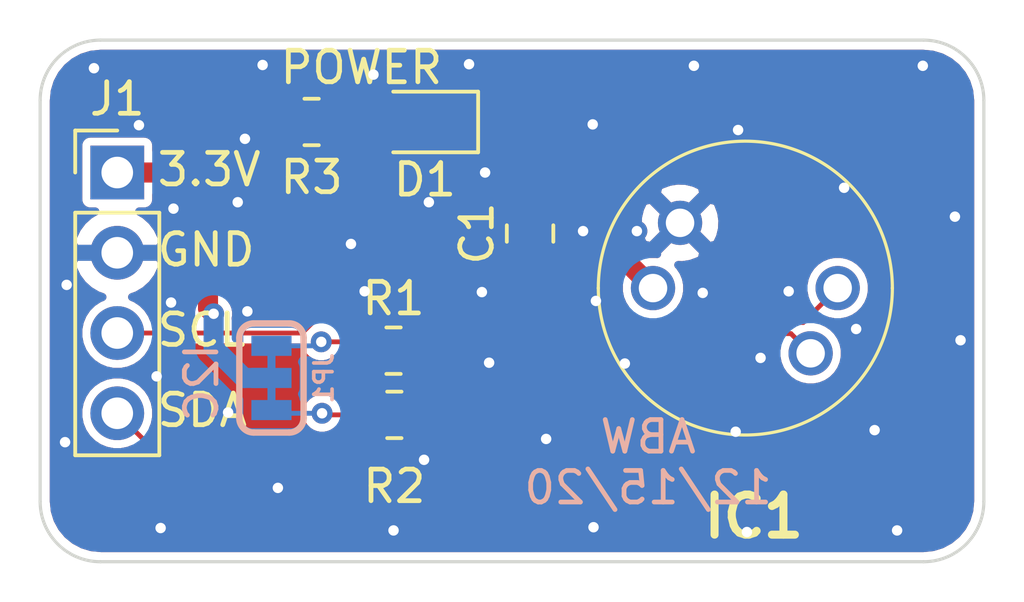
<source format=kicad_pcb>
(kicad_pcb (version 20171130) (host pcbnew "(5.1.8)-1")

  (general
    (thickness 1.6)
    (drawings 15)
    (tracks 85)
    (zones 0)
    (modules 8)
    (nets 8)
  )

  (page A4)
  (layers
    (0 F.Cu signal)
    (31 B.Cu signal)
    (32 B.Adhes user)
    (33 F.Adhes user)
    (34 B.Paste user)
    (35 F.Paste user)
    (36 B.SilkS user)
    (37 F.SilkS user)
    (38 B.Mask user)
    (39 F.Mask user)
    (40 Dwgs.User user)
    (41 Cmts.User user)
    (42 Eco1.User user)
    (43 Eco2.User user)
    (44 Edge.Cuts user)
    (45 Margin user)
    (46 B.CrtYd user)
    (47 F.CrtYd user)
    (48 B.Fab user hide)
    (49 F.Fab user hide)
  )

  (setup
    (last_trace_width 0.1524)
    (user_trace_width 0.1524)
    (user_trace_width 0.1778)
    (user_trace_width 0.254)
    (user_trace_width 0.3048)
    (user_trace_width 0.381)
    (user_trace_width 0.508)
    (user_trace_width 0.635)
    (user_trace_width 0.889)
    (user_trace_width 1.016)
    (user_trace_width 1.27)
    (user_trace_width 1.905)
    (user_trace_width 2.54)
    (trace_clearance 0.2)
    (zone_clearance 0.508)
    (zone_45_only no)
    (trace_min 0.1)
    (via_size 0.8)
    (via_drill 0.4)
    (via_min_size 0.4)
    (via_min_drill 0.3)
    (user_via 0.6096 0.3048)
    (user_via 0.6604 0.3302)
    (user_via 0.889 0.381)
    (user_via 1.397 0.635)
    (uvia_size 0.3)
    (uvia_drill 0.1)
    (uvias_allowed no)
    (uvia_min_size 0.2)
    (uvia_min_drill 0.1)
    (edge_width 0.05)
    (segment_width 0.2)
    (pcb_text_width 0.3)
    (pcb_text_size 1.5 1.5)
    (mod_edge_width 0.12)
    (mod_text_size 1 1)
    (mod_text_width 0.15)
    (pad_size 1.524 1.524)
    (pad_drill 0.762)
    (pad_to_mask_clearance 0.051)
    (solder_mask_min_width 0.25)
    (aux_axis_origin 0 0)
    (visible_elements FFFFFF7F)
    (pcbplotparams
      (layerselection 0x010fc_ffffffff)
      (usegerberextensions false)
      (usegerberattributes true)
      (usegerberadvancedattributes true)
      (creategerberjobfile true)
      (excludeedgelayer true)
      (linewidth 0.100000)
      (plotframeref false)
      (viasonmask false)
      (mode 1)
      (useauxorigin false)
      (hpglpennumber 1)
      (hpglpenspeed 20)
      (hpglpendiameter 15.000000)
      (psnegative false)
      (psa4output false)
      (plotreference true)
      (plotvalue true)
      (plotinvisibletext false)
      (padsonsilk false)
      (subtractmaskfromsilk false)
      (outputformat 1)
      (mirror false)
      (drillshape 1)
      (scaleselection 1)
      (outputdirectory ""))
  )

  (net 0 "")
  (net 1 GND)
  (net 2 +3V3)
  (net 3 "Net-(D1-Pad2)")
  (net 4 /SDA)
  (net 5 /SCL)
  (net 6 "Net-(JP1-Pad3)")
  (net 7 "Net-(JP1-Pad1)")

  (net_class Default "This is the default net class."
    (clearance 0.2)
    (trace_width 0.25)
    (via_dia 0.8)
    (via_drill 0.4)
    (uvia_dia 0.3)
    (uvia_drill 0.1)
    (add_net +3V3)
    (add_net /SCL)
    (add_net /SDA)
    (add_net GND)
    (add_net "Net-(D1-Pad2)")
    (add_net "Net-(JP1-Pad1)")
    (add_net "Net-(JP1-Pad3)")
  )

  (module Resistor_SMD:R_0805_2012Metric (layer F.Cu) (tedit 5F68FEEE) (tstamp 5FD8CEF0)
    (at 143.8402 76.2508)
    (descr "Resistor SMD 0805 (2012 Metric), square (rectangular) end terminal, IPC_7351 nominal, (Body size source: IPC-SM-782 page 72, https://www.pcb-3d.com/wordpress/wp-content/uploads/ipc-sm-782a_amendment_1_and_2.pdf), generated with kicad-footprint-generator")
    (tags resistor)
    (path /5FD93544)
    (attr smd)
    (fp_text reference R3 (at 0 1.7526) (layer F.SilkS)
      (effects (font (size 1 1) (thickness 0.15)))
    )
    (fp_text value 330 (at 0 1.65) (layer F.Fab)
      (effects (font (size 1 1) (thickness 0.15)))
    )
    (fp_text user %R (at 0 0) (layer F.Fab)
      (effects (font (size 0.5 0.5) (thickness 0.08)))
    )
    (fp_line (start -1 0.625) (end -1 -0.625) (layer F.Fab) (width 0.1))
    (fp_line (start -1 -0.625) (end 1 -0.625) (layer F.Fab) (width 0.1))
    (fp_line (start 1 -0.625) (end 1 0.625) (layer F.Fab) (width 0.1))
    (fp_line (start 1 0.625) (end -1 0.625) (layer F.Fab) (width 0.1))
    (fp_line (start -0.227064 -0.735) (end 0.227064 -0.735) (layer F.SilkS) (width 0.12))
    (fp_line (start -0.227064 0.735) (end 0.227064 0.735) (layer F.SilkS) (width 0.12))
    (fp_line (start -1.68 0.95) (end -1.68 -0.95) (layer F.CrtYd) (width 0.05))
    (fp_line (start -1.68 -0.95) (end 1.68 -0.95) (layer F.CrtYd) (width 0.05))
    (fp_line (start 1.68 -0.95) (end 1.68 0.95) (layer F.CrtYd) (width 0.05))
    (fp_line (start 1.68 0.95) (end -1.68 0.95) (layer F.CrtYd) (width 0.05))
    (pad 2 smd roundrect (at 0.9125 0) (size 1.025 1.4) (layers F.Cu F.Paste F.Mask) (roundrect_rratio 0.243902)
      (net 3 "Net-(D1-Pad2)"))
    (pad 1 smd roundrect (at -0.9125 0) (size 1.025 1.4) (layers F.Cu F.Paste F.Mask) (roundrect_rratio 0.243902)
      (net 2 +3V3))
    (model ${KISYS3DMOD}/Resistor_SMD.3dshapes/R_0805_2012Metric.wrl
      (at (xyz 0 0 0))
      (scale (xyz 1 1 1))
      (rotate (xyz 0 0 0))
    )
  )

  (module Resistor_SMD:R_0805_2012Metric (layer F.Cu) (tedit 5F68FEEE) (tstamp 5FD8CEDF)
    (at 146.4564 85.5218)
    (descr "Resistor SMD 0805 (2012 Metric), square (rectangular) end terminal, IPC_7351 nominal, (Body size source: IPC-SM-782 page 72, https://www.pcb-3d.com/wordpress/wp-content/uploads/ipc-sm-782a_amendment_1_and_2.pdf), generated with kicad-footprint-generator")
    (tags resistor)
    (path /5FD8D76E)
    (attr smd)
    (fp_text reference R2 (at 0 2.2606) (layer F.SilkS)
      (effects (font (size 1 1) (thickness 0.15)))
    )
    (fp_text value 2.2k (at 0 1.65) (layer F.Fab)
      (effects (font (size 1 1) (thickness 0.15)))
    )
    (fp_text user %R (at 0 0) (layer F.Fab)
      (effects (font (size 0.5 0.5) (thickness 0.08)))
    )
    (fp_line (start -1 0.625) (end -1 -0.625) (layer F.Fab) (width 0.1))
    (fp_line (start -1 -0.625) (end 1 -0.625) (layer F.Fab) (width 0.1))
    (fp_line (start 1 -0.625) (end 1 0.625) (layer F.Fab) (width 0.1))
    (fp_line (start 1 0.625) (end -1 0.625) (layer F.Fab) (width 0.1))
    (fp_line (start -0.227064 -0.735) (end 0.227064 -0.735) (layer F.SilkS) (width 0.12))
    (fp_line (start -0.227064 0.735) (end 0.227064 0.735) (layer F.SilkS) (width 0.12))
    (fp_line (start -1.68 0.95) (end -1.68 -0.95) (layer F.CrtYd) (width 0.05))
    (fp_line (start -1.68 -0.95) (end 1.68 -0.95) (layer F.CrtYd) (width 0.05))
    (fp_line (start 1.68 -0.95) (end 1.68 0.95) (layer F.CrtYd) (width 0.05))
    (fp_line (start 1.68 0.95) (end -1.68 0.95) (layer F.CrtYd) (width 0.05))
    (pad 2 smd roundrect (at 0.9125 0) (size 1.025 1.4) (layers F.Cu F.Paste F.Mask) (roundrect_rratio 0.243902)
      (net 4 /SDA))
    (pad 1 smd roundrect (at -0.9125 0) (size 1.025 1.4) (layers F.Cu F.Paste F.Mask) (roundrect_rratio 0.243902)
      (net 7 "Net-(JP1-Pad1)"))
    (model ${KISYS3DMOD}/Resistor_SMD.3dshapes/R_0805_2012Metric.wrl
      (at (xyz 0 0 0))
      (scale (xyz 1 1 1))
      (rotate (xyz 0 0 0))
    )
  )

  (module Resistor_SMD:R_0805_2012Metric (layer F.Cu) (tedit 5F68FEEE) (tstamp 5FD8CECE)
    (at 146.431 83.4898)
    (descr "Resistor SMD 0805 (2012 Metric), square (rectangular) end terminal, IPC_7351 nominal, (Body size source: IPC-SM-782 page 72, https://www.pcb-3d.com/wordpress/wp-content/uploads/ipc-sm-782a_amendment_1_and_2.pdf), generated with kicad-footprint-generator")
    (tags resistor)
    (path /5FD8FEE4)
    (attr smd)
    (fp_text reference R1 (at 0 -1.65) (layer F.SilkS)
      (effects (font (size 1 1) (thickness 0.15)))
    )
    (fp_text value 2.2k (at 0 1.65) (layer F.Fab)
      (effects (font (size 1 1) (thickness 0.15)))
    )
    (fp_text user %R (at 0 0) (layer F.Fab)
      (effects (font (size 0.5 0.5) (thickness 0.08)))
    )
    (fp_line (start -1 0.625) (end -1 -0.625) (layer F.Fab) (width 0.1))
    (fp_line (start -1 -0.625) (end 1 -0.625) (layer F.Fab) (width 0.1))
    (fp_line (start 1 -0.625) (end 1 0.625) (layer F.Fab) (width 0.1))
    (fp_line (start 1 0.625) (end -1 0.625) (layer F.Fab) (width 0.1))
    (fp_line (start -0.227064 -0.735) (end 0.227064 -0.735) (layer F.SilkS) (width 0.12))
    (fp_line (start -0.227064 0.735) (end 0.227064 0.735) (layer F.SilkS) (width 0.12))
    (fp_line (start -1.68 0.95) (end -1.68 -0.95) (layer F.CrtYd) (width 0.05))
    (fp_line (start -1.68 -0.95) (end 1.68 -0.95) (layer F.CrtYd) (width 0.05))
    (fp_line (start 1.68 -0.95) (end 1.68 0.95) (layer F.CrtYd) (width 0.05))
    (fp_line (start 1.68 0.95) (end -1.68 0.95) (layer F.CrtYd) (width 0.05))
    (pad 2 smd roundrect (at 0.9125 0) (size 1.025 1.4) (layers F.Cu F.Paste F.Mask) (roundrect_rratio 0.243902)
      (net 5 /SCL))
    (pad 1 smd roundrect (at -0.9125 0) (size 1.025 1.4) (layers F.Cu F.Paste F.Mask) (roundrect_rratio 0.243902)
      (net 6 "Net-(JP1-Pad3)"))
    (model ${KISYS3DMOD}/Resistor_SMD.3dshapes/R_0805_2012Metric.wrl
      (at (xyz 0 0 0))
      (scale (xyz 1 1 1))
      (rotate (xyz 0 0 0))
    )
  )

  (module Jumper:SMT-JUMPER_3_2-NC_TRACE_SILK (layer B.Cu) (tedit 0) (tstamp 5FD8CEBD)
    (at 142.5702 84.3534 90)
    (path /5FD8DCB0)
    (fp_text reference JP1 (at -0.007 1.9932 270) (layer B.SilkS)
      (effects (font (size 0.57912 0.57912) (thickness 0.115824)) (justify bottom mirror))
    )
    (fp_text value I2C (at 0 -1.143 270) (layer B.Fab)
      (effects (font (size 0.57912 0.57912) (thickness 0.115824)) (justify top mirror))
    )
    (fp_arc (start 1.27 -0.5588) (end 1.27 -1.016) (angle 90) (layer B.SilkS) (width 0.2032))
    (fp_arc (start -1.27 -0.5588) (end -1.7272 -0.5588) (angle 90) (layer B.SilkS) (width 0.2032))
    (fp_arc (start -1.27 0.5588) (end -1.7272 0.5588) (angle -90) (layer B.SilkS) (width 0.2032))
    (fp_arc (start 1.27 0.5588) (end 1.27 1.016) (angle -90) (layer B.SilkS) (width 0.2032))
    (fp_line (start 1.27 -1.016) (end -1.27 -1.016) (layer B.SilkS) (width 0.2032))
    (fp_line (start 1.7272 -0.5588) (end 1.7272 0.5588) (layer B.SilkS) (width 0.2032))
    (fp_line (start -1.7272 -0.5588) (end -1.7272 0.5588) (layer B.SilkS) (width 0.2032))
    (fp_line (start -1.27 1.016) (end 1.27 1.016) (layer B.SilkS) (width 0.2032))
    (fp_poly (pts (xy -0.6985 0.127) (xy 0.6985 0.127) (xy 0.6985 -0.127) (xy -0.6985 -0.127)) (layer B.Mask) (width 0))
    (fp_poly (pts (xy 0.3048 -0.127) (xy 0.7112 -0.127) (xy 0.7112 0.127) (xy 0.3048 0.127)) (layer B.Cu) (width 0))
    (fp_poly (pts (xy -0.7112 -0.127) (xy -0.3048 -0.127) (xy -0.3048 0.127) (xy -0.7112 0.127)) (layer B.Cu) (width 0))
    (pad 3 smd rect (at 1.016 0 90) (size 0.635 1.27) (layers B.Cu B.Mask)
      (net 6 "Net-(JP1-Pad3)") (solder_mask_margin 0.1016))
    (pad 2 smd rect (at 0 0 90) (size 0.635 1.27) (layers B.Cu B.Mask)
      (net 2 +3V3) (solder_mask_margin 0.1016))
    (pad 1 smd rect (at -1.016 0 90) (size 0.635 1.27) (layers B.Cu B.Mask)
      (net 7 "Net-(JP1-Pad1)") (solder_mask_margin 0.1016))
  )

  (module Connector_PinHeader_2.54mm:PinHeader_1x04_P2.54mm_Vertical (layer F.Cu) (tedit 59FED5CC) (tstamp 5FD8CEAB)
    (at 137.6934 77.851)
    (descr "Through hole straight pin header, 1x04, 2.54mm pitch, single row")
    (tags "Through hole pin header THT 1x04 2.54mm single row")
    (path /5FD8E4FD)
    (fp_text reference J1 (at 0 -2.33) (layer F.SilkS)
      (effects (font (size 1 1) (thickness 0.15)))
    )
    (fp_text value Conn_01x04 (at 0 9.95) (layer F.Fab)
      (effects (font (size 1 1) (thickness 0.15)))
    )
    (fp_text user %R (at 0 3.81 90) (layer F.Fab)
      (effects (font (size 1 1) (thickness 0.15)))
    )
    (fp_line (start -0.635 -1.27) (end 1.27 -1.27) (layer F.Fab) (width 0.1))
    (fp_line (start 1.27 -1.27) (end 1.27 8.89) (layer F.Fab) (width 0.1))
    (fp_line (start 1.27 8.89) (end -1.27 8.89) (layer F.Fab) (width 0.1))
    (fp_line (start -1.27 8.89) (end -1.27 -0.635) (layer F.Fab) (width 0.1))
    (fp_line (start -1.27 -0.635) (end -0.635 -1.27) (layer F.Fab) (width 0.1))
    (fp_line (start -1.33 8.95) (end 1.33 8.95) (layer F.SilkS) (width 0.12))
    (fp_line (start -1.33 1.27) (end -1.33 8.95) (layer F.SilkS) (width 0.12))
    (fp_line (start 1.33 1.27) (end 1.33 8.95) (layer F.SilkS) (width 0.12))
    (fp_line (start -1.33 1.27) (end 1.33 1.27) (layer F.SilkS) (width 0.12))
    (fp_line (start -1.33 0) (end -1.33 -1.33) (layer F.SilkS) (width 0.12))
    (fp_line (start -1.33 -1.33) (end 0 -1.33) (layer F.SilkS) (width 0.12))
    (fp_line (start -1.8 -1.8) (end -1.8 9.4) (layer F.CrtYd) (width 0.05))
    (fp_line (start -1.8 9.4) (end 1.8 9.4) (layer F.CrtYd) (width 0.05))
    (fp_line (start 1.8 9.4) (end 1.8 -1.8) (layer F.CrtYd) (width 0.05))
    (fp_line (start 1.8 -1.8) (end -1.8 -1.8) (layer F.CrtYd) (width 0.05))
    (pad 4 thru_hole oval (at 0 7.62) (size 1.7 1.7) (drill 1) (layers *.Cu *.Mask)
      (net 4 /SDA))
    (pad 3 thru_hole oval (at 0 5.08) (size 1.7 1.7) (drill 1) (layers *.Cu *.Mask)
      (net 5 /SCL))
    (pad 2 thru_hole oval (at 0 2.54) (size 1.7 1.7) (drill 1) (layers *.Cu *.Mask)
      (net 1 GND))
    (pad 1 thru_hole rect (at 0 0) (size 1.7 1.7) (drill 1) (layers *.Cu *.Mask)
      (net 2 +3V3))
    (model ${KISYS3DMOD}/Connector_PinHeader_2.54mm.3dshapes/PinHeader_1x04_P2.54mm_Vertical.wrl
      (offset (xyz 0 0 -1.5))
      (scale (xyz 1 1 1))
      (rotate (xyz 0 180 0))
    )
  )

  (module SamacSys_Parts:MLX90640ESFBAB000SP (layer F.Cu) (tedit 0) (tstamp 5FD8CE93)
    (at 160.4772 81.5086 180)
    (descr MLX90640ESF-BAB-000-SP)
    (tags "Integrated Circuit")
    (path /5FD8CAA7)
    (fp_text reference IC1 (at 2.6534 -7.2302) (layer F.SilkS)
      (effects (font (size 1.27 1.27) (thickness 0.254)))
    )
    (fp_text value MLX90640ESF-BAB-000-SP (at 2.92 0) (layer F.SilkS) hide
      (effects (font (size 1.27 1.27) (thickness 0.254)))
    )
    (fp_arc (start 2.92 0) (end 7.57 0) (angle -180) (layer F.SilkS) (width 0.1))
    (fp_arc (start 2.92 0) (end -1.73 0) (angle -180) (layer F.SilkS) (width 0.1))
    (fp_arc (start 2.92 0) (end 7.57 0) (angle -180) (layer F.Fab) (width 0.2))
    (fp_arc (start 2.92 0) (end -1.73 0) (angle -180) (layer F.Fab) (width 0.2))
    (fp_text user %R (at 2.92 0) (layer F.Fab)
      (effects (font (size 1.27 1.27) (thickness 0.254)))
    )
    (fp_line (start -2.73 5.65) (end 8.57 5.65) (layer F.CrtYd) (width 0.1))
    (fp_line (start 8.57 5.65) (end 8.57 -5.65) (layer F.CrtYd) (width 0.1))
    (fp_line (start 8.57 -5.65) (end -2.73 -5.65) (layer F.CrtYd) (width 0.1))
    (fp_line (start -2.73 -5.65) (end -2.73 5.65) (layer F.CrtYd) (width 0.1))
    (fp_line (start -1.73 0) (end -1.73 0) (layer F.Fab) (width 0.2))
    (fp_line (start 7.57 0) (end 7.57 0) (layer F.Fab) (width 0.2))
    (fp_line (start -1.73 0) (end -1.73 0) (layer F.SilkS) (width 0.1))
    (fp_line (start 7.57 0) (end 7.57 0) (layer F.SilkS) (width 0.1))
    (pad 4 thru_hole circle (at 4.985 2.065 180) (size 1.4 1.4) (drill 0.9) (layers *.Cu *.Mask)
      (net 1 GND))
    (pad 3 thru_hole circle (at 5.84 0 180) (size 1.4 1.4) (drill 0.9) (layers *.Cu *.Mask)
      (net 2 +3V3))
    (pad 2 thru_hole circle (at 0.855 -2.065 180) (size 1.4 1.4) (drill 0.9) (layers *.Cu *.Mask)
      (net 4 /SDA))
    (pad 1 thru_hole circle (at 0 0 180) (size 1.4 1.4) (drill 0.9) (layers *.Cu *.Mask)
      (net 5 /SCL))
    (model "D:\\AveryW\\Assorted Programs\\KiCad\\SamacSys_Parts.3dshapes\\MLX90640ESF-BAB-000-SP.stp"
      (at (xyz 0 0 0))
      (scale (xyz 1 1 1))
      (rotate (xyz 0 0 0))
    )
  )

  (module LED_SMD:LED_0805_2012Metric (layer F.Cu) (tedit 5F68FEF1) (tstamp 5FD8CE7E)
    (at 147.4216 76.2508 180)
    (descr "LED SMD 0805 (2012 Metric), square (rectangular) end terminal, IPC_7351 nominal, (Body size source: https://docs.google.com/spreadsheets/d/1BsfQQcO9C6DZCsRaXUlFlo91Tg2WpOkGARC1WS5S8t0/edit?usp=sharing), generated with kicad-footprint-generator")
    (tags LED)
    (path /5FD8EC94)
    (attr smd)
    (fp_text reference D1 (at 0 -1.8288) (layer F.SilkS)
      (effects (font (size 1 1) (thickness 0.15)))
    )
    (fp_text value LED (at 0 1.65) (layer F.Fab)
      (effects (font (size 1 1) (thickness 0.15)))
    )
    (fp_text user %R (at 0 0) (layer F.Fab)
      (effects (font (size 0.5 0.5) (thickness 0.08)))
    )
    (fp_line (start 1 -0.6) (end -0.7 -0.6) (layer F.Fab) (width 0.1))
    (fp_line (start -0.7 -0.6) (end -1 -0.3) (layer F.Fab) (width 0.1))
    (fp_line (start -1 -0.3) (end -1 0.6) (layer F.Fab) (width 0.1))
    (fp_line (start -1 0.6) (end 1 0.6) (layer F.Fab) (width 0.1))
    (fp_line (start 1 0.6) (end 1 -0.6) (layer F.Fab) (width 0.1))
    (fp_line (start 1 -0.96) (end -1.685 -0.96) (layer F.SilkS) (width 0.12))
    (fp_line (start -1.685 -0.96) (end -1.685 0.96) (layer F.SilkS) (width 0.12))
    (fp_line (start -1.685 0.96) (end 1 0.96) (layer F.SilkS) (width 0.12))
    (fp_line (start -1.68 0.95) (end -1.68 -0.95) (layer F.CrtYd) (width 0.05))
    (fp_line (start -1.68 -0.95) (end 1.68 -0.95) (layer F.CrtYd) (width 0.05))
    (fp_line (start 1.68 -0.95) (end 1.68 0.95) (layer F.CrtYd) (width 0.05))
    (fp_line (start 1.68 0.95) (end -1.68 0.95) (layer F.CrtYd) (width 0.05))
    (pad 2 smd roundrect (at 0.9375 0 180) (size 0.975 1.4) (layers F.Cu F.Paste F.Mask) (roundrect_rratio 0.25)
      (net 3 "Net-(D1-Pad2)"))
    (pad 1 smd roundrect (at -0.9375 0 180) (size 0.975 1.4) (layers F.Cu F.Paste F.Mask) (roundrect_rratio 0.25)
      (net 1 GND))
    (model ${KISYS3DMOD}/LED_SMD.3dshapes/LED_0805_2012Metric.wrl
      (at (xyz 0 0 0))
      (scale (xyz 1 1 1))
      (rotate (xyz 0 0 0))
    )
  )

  (module Capacitor_SMD:C_0805_2012Metric (layer F.Cu) (tedit 5F68FEEE) (tstamp 5FD8CE6B)
    (at 150.749 79.7814 90)
    (descr "Capacitor SMD 0805 (2012 Metric), square (rectangular) end terminal, IPC_7351 nominal, (Body size source: IPC-SM-782 page 76, https://www.pcb-3d.com/wordpress/wp-content/uploads/ipc-sm-782a_amendment_1_and_2.pdf, https://docs.google.com/spreadsheets/d/1BsfQQcO9C6DZCsRaXUlFlo91Tg2WpOkGARC1WS5S8t0/edit?usp=sharing), generated with kicad-footprint-generator")
    (tags capacitor)
    (path /5FD8D464)
    (attr smd)
    (fp_text reference C1 (at 0 -1.68 90) (layer F.SilkS)
      (effects (font (size 1 1) (thickness 0.15)))
    )
    (fp_text value 0.1uF (at 0 1.68 90) (layer F.Fab)
      (effects (font (size 1 1) (thickness 0.15)))
    )
    (fp_text user %R (at 0 0 90) (layer F.Fab)
      (effects (font (size 0.5 0.5) (thickness 0.08)))
    )
    (fp_line (start -1 0.625) (end -1 -0.625) (layer F.Fab) (width 0.1))
    (fp_line (start -1 -0.625) (end 1 -0.625) (layer F.Fab) (width 0.1))
    (fp_line (start 1 -0.625) (end 1 0.625) (layer F.Fab) (width 0.1))
    (fp_line (start 1 0.625) (end -1 0.625) (layer F.Fab) (width 0.1))
    (fp_line (start -0.261252 -0.735) (end 0.261252 -0.735) (layer F.SilkS) (width 0.12))
    (fp_line (start -0.261252 0.735) (end 0.261252 0.735) (layer F.SilkS) (width 0.12))
    (fp_line (start -1.7 0.98) (end -1.7 -0.98) (layer F.CrtYd) (width 0.05))
    (fp_line (start -1.7 -0.98) (end 1.7 -0.98) (layer F.CrtYd) (width 0.05))
    (fp_line (start 1.7 -0.98) (end 1.7 0.98) (layer F.CrtYd) (width 0.05))
    (fp_line (start 1.7 0.98) (end -1.7 0.98) (layer F.CrtYd) (width 0.05))
    (pad 2 smd roundrect (at 0.95 0 90) (size 1 1.45) (layers F.Cu F.Paste F.Mask) (roundrect_rratio 0.25)
      (net 1 GND))
    (pad 1 smd roundrect (at -0.95 0 90) (size 1 1.45) (layers F.Cu F.Paste F.Mask) (roundrect_rratio 0.25)
      (net 2 +3V3))
    (model ${KISYS3DMOD}/Capacitor_SMD.3dshapes/C_0805_2012Metric.wrl
      (at (xyz 0 0 0))
      (scale (xyz 1 1 1))
      (rotate (xyz 0 0 0))
    )
  )

  (gr_text "ABW\n12/15/20" (at 154.4828 87.0204) (layer B.SilkS)
    (effects (font (size 1 1) (thickness 0.15)) (justify mirror))
  )
  (gr_text I2C (at 140.3604 84.5058 90) (layer B.SilkS)
    (effects (font (size 1 1) (thickness 0.15)) (justify mirror))
  )
  (gr_text SDA (at 140.3858 85.3781) (layer F.SilkS)
    (effects (font (size 1 1) (thickness 0.15)))
  )
  (gr_text SCL (at 140.36199 82.8381) (layer F.SilkS)
    (effects (font (size 1 1) (thickness 0.15)))
  )
  (gr_text GND (at 140.504847 80.2981) (layer F.SilkS)
    (effects (font (size 1 1) (thickness 0.15)))
  )
  (gr_text 3.3V (at 140.600085 77.7581) (layer F.SilkS)
    (effects (font (size 1 1) (thickness 0.15)))
  )
  (gr_arc (start 163.195 88.265) (end 163.195 90.17) (angle -90) (layer Edge.Cuts) (width 0.1) (tstamp 5FD8D3D4))
  (gr_arc (start 137.16 88.265) (end 135.255 88.265) (angle -90) (layer Edge.Cuts) (width 0.1) (tstamp 5FD8D3D4))
  (gr_arc (start 163.195 75.565) (end 165.1 75.565) (angle -90) (layer Edge.Cuts) (width 0.1) (tstamp 5FD8D3D4))
  (gr_arc (start 137.16 75.565) (end 137.16 73.66) (angle -90) (layer Edge.Cuts) (width 0.1))
  (gr_text POWER (at 145.415 74.5236) (layer F.SilkS)
    (effects (font (size 1 1) (thickness 0.15)))
  )
  (gr_line (start 165.1 75.565) (end 165.1 88.265) (layer Edge.Cuts) (width 0.1))
  (gr_line (start 137.16 73.66) (end 163.195 73.66) (layer Edge.Cuts) (width 0.1))
  (gr_line (start 135.255 88.265) (end 135.255 75.565) (layer Edge.Cuts) (width 0.1))
  (gr_line (start 163.195 90.17) (end 137.16 90.17) (layer Edge.Cuts) (width 0.1))

  (via (at 136.9568 74.549) (size 0.6604) (drill 0.3302) (layers F.Cu B.Cu) (net 1))
  (via (at 142.2908 74.4474) (size 0.6604) (drill 0.3302) (layers F.Cu B.Cu) (net 1))
  (via (at 148.8186 74.422) (size 0.6604) (drill 0.3302) (layers F.Cu B.Cu) (net 1))
  (via (at 155.9306 74.4728) (size 0.6604) (drill 0.3302) (layers F.Cu B.Cu) (net 1))
  (via (at 163.1696 74.4728) (size 0.6604) (drill 0.3302) (layers F.Cu B.Cu) (net 1))
  (via (at 164.1856 79.248) (size 0.6604) (drill 0.3302) (layers F.Cu B.Cu) (net 1))
  (via (at 164.3634 83.1596) (size 0.6604) (drill 0.3302) (layers F.Cu B.Cu) (net 1))
  (via (at 162.3568 89.1794) (size 0.6604) (drill 0.3302) (layers F.Cu B.Cu) (net 1))
  (via (at 157.607 89.2302) (size 0.6604) (drill 0.3302) (layers F.Cu B.Cu) (net 1))
  (via (at 152.7556 89.0778) (size 0.6604) (drill 0.3302) (layers F.Cu B.Cu) (net 1))
  (via (at 146.431 89.1794) (size 0.6604) (drill 0.3302) (layers F.Cu B.Cu) (net 1))
  (via (at 139.065 89.1032) (size 0.6604) (drill 0.3302) (layers F.Cu B.Cu) (net 1))
  (via (at 136.0424 86.3854) (size 0.6604) (drill 0.3302) (layers F.Cu B.Cu) (net 1))
  (via (at 136.0932 81.407) (size 0.6604) (drill 0.3302) (layers F.Cu B.Cu) (net 1))
  (via (at 139.4714 78.994) (size 0.6604) (drill 0.3302) (layers F.Cu B.Cu) (net 1))
  (via (at 139.3952 81.9658) (size 0.6604) (drill 0.3302) (layers F.Cu B.Cu) (net 1))
  (via (at 138.938 84.3026) (size 0.6604) (drill 0.3302) (layers F.Cu B.Cu) (net 1))
  (via (at 141.1986 85.4456) (size 0.6604) (drill 0.3302) (layers F.Cu B.Cu) (net 1))
  (via (at 147.3962 86.9442) (size 0.6604) (drill 0.3302) (layers F.Cu B.Cu) (net 1))
  (via (at 142.7734 87.8332) (size 0.6604) (drill 0.3302) (layers F.Cu B.Cu) (net 1))
  (via (at 149.4536 83.8708) (size 0.6604) (drill 0.3302) (layers F.Cu B.Cu) (net 1))
  (via (at 158.0388 83.7184) (size 0.6604) (drill 0.3302) (layers F.Cu B.Cu) (net 1))
  (via (at 153.7462 83.8962) (size 0.6604) (drill 0.3302) (layers F.Cu B.Cu) (net 1))
  (via (at 151.257 86.2838) (size 0.6604) (drill 0.3302) (layers F.Cu B.Cu) (net 1))
  (via (at 157.2514 86.0552) (size 0.6604) (drill 0.3302) (layers F.Cu B.Cu) (net 1))
  (via (at 161.0614 82.804) (size 0.6604) (drill 0.3302) (layers F.Cu B.Cu) (net 1))
  (via (at 161.6456 86.0044) (size 0.6604) (drill 0.3302) (layers F.Cu B.Cu) (net 1))
  (via (at 158.9278 81.6102) (size 0.6604) (drill 0.3302) (layers F.Cu B.Cu) (net 1))
  (via (at 156.21 81.661) (size 0.6604) (drill 0.3302) (layers F.Cu B.Cu) (net 1))
  (via (at 160.6804 78.3336) (size 0.6604) (drill 0.3302) (layers F.Cu B.Cu) (net 1))
  (via (at 157.3276 76.5048) (size 0.6604) (drill 0.3302) (layers F.Cu B.Cu) (net 1))
  (via (at 152.4254 79.7052) (size 0.6604) (drill 0.3302) (layers F.Cu B.Cu) (net 1))
  (via (at 154.1272 79.7052) (size 0.6604) (drill 0.3302) (layers F.Cu B.Cu) (net 1))
  (via (at 149.3266 77.851) (size 0.6604) (drill 0.3302) (layers F.Cu B.Cu) (net 1))
  (via (at 152.7302 76.327) (size 0.6604) (drill 0.3302) (layers F.Cu B.Cu) (net 1))
  (via (at 141.732 76.7842) (size 0.6604) (drill 0.3302) (layers F.Cu B.Cu) (net 1))
  (via (at 138.3792 76.3524) (size 0.6604) (drill 0.3302) (layers F.Cu B.Cu) (net 1))
  (via (at 145.796 74.7522) (size 0.6604) (drill 0.3302) (layers F.Cu B.Cu) (net 1))
  (via (at 147.5486 78.7908) (size 0.6604) (drill 0.3302) (layers F.Cu B.Cu) (net 1))
  (via (at 141.8082 82.2452) (size 0.6604) (drill 0.3302) (layers F.Cu B.Cu) (net 1))
  (via (at 145.5166 81.6102) (size 0.6604) (drill 0.3302) (layers F.Cu B.Cu) (net 1))
  (via (at 152.8318 81.915) (size 0.6604) (drill 0.3302) (layers F.Cu B.Cu) (net 1))
  (via (at 145.0848 80.1116) (size 0.6604) (drill 0.3302) (layers F.Cu B.Cu) (net 1))
  (via (at 149.225 81.6356) (size 0.6604) (drill 0.3302) (layers F.Cu B.Cu) (net 1))
  (via (at 141.5034 78.7908) (size 0.6604) (drill 0.3302) (layers F.Cu B.Cu) (net 1))
  (segment (start 147.8686 77.851) (end 150.749 80.7314) (width 0.635) (layer F.Cu) (net 2))
  (segment (start 153.86 80.7314) (end 154.6372 81.5086) (width 0.635) (layer F.Cu) (net 2))
  (segment (start 150.749 80.7314) (end 153.86 80.7314) (width 0.635) (layer F.Cu) (net 2))
  (segment (start 142.9277 77.6751) (end 143.1036 77.851) (width 0.635) (layer F.Cu) (net 2))
  (segment (start 142.9277 76.2508) (end 142.9277 77.6751) (width 0.635) (layer F.Cu) (net 2))
  (segment (start 143.1036 77.851) (end 147.8686 77.851) (width 0.635) (layer F.Cu) (net 2))
  (segment (start 137.6934 77.851) (end 140.5636 77.851) (width 0.635) (layer F.Cu) (net 2))
  (segment (start 140.5636 77.851) (end 143.1036 77.851) (width 0.635) (layer F.Cu) (net 2) (tstamp 5FD8D2A0))
  (via (at 140.7414 82.3214) (size 0.6604) (drill 0.3302) (layers F.Cu B.Cu) (net 2))
  (segment (start 140.5636 82.1436) (end 140.7414 82.3214) (width 0.635) (layer F.Cu) (net 2))
  (segment (start 140.5636 77.851) (end 140.5636 82.1436) (width 0.635) (layer F.Cu) (net 2))
  (segment (start 141.702198 84.3534) (end 142.5702 84.3534) (width 0.635) (layer B.Cu) (net 2))
  (segment (start 140.7414 83.392602) (end 141.702198 84.3534) (width 0.635) (layer B.Cu) (net 2))
  (segment (start 140.7414 82.3214) (end 140.7414 83.392602) (width 0.635) (layer B.Cu) (net 2))
  (segment (start 144.7527 76.2508) (end 146.4841 76.2508) (width 0.1524) (layer F.Cu) (net 3))
  (segment (start 145.9973 86.8934) (end 147.3689 85.5218) (width 0.1524) (layer F.Cu) (net 4))
  (segment (start 139.1158 86.8934) (end 145.9973 86.8934) (width 0.1524) (layer F.Cu) (net 4))
  (segment (start 137.6934 85.471) (end 139.1158 86.8934) (width 0.1524) (layer F.Cu) (net 4))
  (segment (start 147.3689 85.5218) (end 148.406441 84.484259) (width 0.1524) (layer F.Cu) (net 4))
  (segment (start 148.406441 83.012959) (end 148.469591 82.949809) (width 0.1524) (layer F.Cu) (net 4))
  (segment (start 148.406441 84.484259) (end 148.406441 83.012959) (width 0.1524) (layer F.Cu) (net 4))
  (segment (start 158.998409 82.949809) (end 159.6222 83.5736) (width 0.1524) (layer F.Cu) (net 4))
  (segment (start 148.469591 82.949809) (end 158.998409 82.949809) (width 0.1524) (layer F.Cu) (net 4))
  (segment (start 146.36729 82.51359) (end 147.3435 83.4898) (width 0.1524) (layer F.Cu) (net 5))
  (segment (start 143.956009 82.51359) (end 146.36729 82.51359) (width 0.1524) (layer F.Cu) (net 5))
  (segment (start 143.538599 82.931) (end 143.956009 82.51359) (width 0.1524) (layer F.Cu) (net 5))
  (segment (start 137.6934 82.931) (end 143.538599 82.931) (width 0.1524) (layer F.Cu) (net 5))
  (segment (start 159.388401 82.597399) (end 160.4772 81.5086) (width 0.1524) (layer F.Cu) (net 5))
  (segment (start 148.235901 82.597399) (end 159.388401 82.597399) (width 0.1524) (layer F.Cu) (net 5))
  (segment (start 147.3435 83.4898) (end 148.235901 82.597399) (width 0.1524) (layer F.Cu) (net 5))
  (via (at 144.145 83.2104) (size 0.6604) (drill 0.3302) (layers F.Cu B.Cu) (net 6))
  (segment (start 145.2391 83.2104) (end 145.5185 83.4898) (width 0.1524) (layer F.Cu) (net 6))
  (segment (start 144.145 83.2104) (end 145.2391 83.2104) (width 0.1524) (layer F.Cu) (net 6))
  (segment (start 144.018 83.3374) (end 144.145 83.2104) (width 0.1524) (layer B.Cu) (net 6))
  (segment (start 142.5702 83.3374) (end 144.018 83.3374) (width 0.1524) (layer B.Cu) (net 6))
  (via (at 144.1704 85.471) (size 0.6604) (drill 0.3302) (layers F.Cu B.Cu) (net 7))
  (segment (start 144.2212 85.5218) (end 144.1704 85.471) (width 0.1524) (layer F.Cu) (net 7))
  (segment (start 145.5439 85.5218) (end 144.2212 85.5218) (width 0.1524) (layer F.Cu) (net 7))
  (segment (start 142.6718 85.471) (end 142.5702 85.3694) (width 0.1524) (layer B.Cu) (net 7))
  (segment (start 144.1704 85.471) (end 142.6718 85.471) (width 0.1524) (layer B.Cu) (net 7))

  (zone (net 1) (net_name GND) (layer F.Cu) (tstamp 0) (hatch edge 0.508)
    (connect_pads (clearance 0.254))
    (min_thickness 0.254)
    (fill yes (arc_segments 32) (thermal_gap 0.508) (thermal_bridge_width 0.508))
    (polygon
      (pts
        (xy 166.37 91.44) (xy 133.985 91.44) (xy 133.985 72.39) (xy 166.37 72.39)
      )
    )
    (filled_polygon
      (pts
        (xy 163.480898 74.121099) (xy 163.755907 74.204129) (xy 164.009556 74.338996) (xy 164.232175 74.52056) (xy 164.415287 74.741905)
        (xy 164.55192 74.994602) (xy 164.636869 75.269027) (xy 164.669 75.574727) (xy 164.669001 88.243912) (xy 164.638901 88.550897)
        (xy 164.55587 88.82591) (xy 164.421004 89.079556) (xy 164.23944 89.302175) (xy 164.018096 89.485287) (xy 163.765396 89.621921)
        (xy 163.490971 89.70687) (xy 163.185273 89.739) (xy 137.181078 89.739) (xy 136.874103 89.708901) (xy 136.59909 89.62587)
        (xy 136.345444 89.491004) (xy 136.122825 89.30944) (xy 135.939713 89.088096) (xy 135.803079 88.835396) (xy 135.71813 88.560971)
        (xy 135.686 88.255273) (xy 135.686 80.03411) (xy 136.251924 80.03411) (xy 136.373245 80.264) (xy 137.5664 80.264)
        (xy 137.5664 80.244) (xy 137.8204 80.244) (xy 137.8204 80.264) (xy 139.013555 80.264) (xy 139.134876 80.03411)
        (xy 139.090225 79.886901) (xy 138.965041 79.62408) (xy 138.790988 79.390731) (xy 138.574755 79.195822) (xy 138.386767 79.083843)
        (xy 138.5434 79.083843) (xy 138.618089 79.076487) (xy 138.689908 79.054701) (xy 138.756096 79.019322) (xy 138.814111 78.971711)
        (xy 138.861722 78.913696) (xy 138.897101 78.847508) (xy 138.918887 78.775689) (xy 138.926243 78.701) (xy 138.926243 78.5495)
        (xy 139.8651 78.5495) (xy 139.865101 82.109292) (xy 139.861722 82.1436) (xy 139.865101 82.177908) (xy 139.865101 82.177909)
        (xy 139.875208 82.28053) (xy 139.887606 82.321399) (xy 139.915149 82.412198) (xy 139.948076 82.4738) (xy 138.836446 82.4738)
        (xy 138.784298 82.347903) (xy 138.64958 82.146283) (xy 138.478117 81.97482) (xy 138.276497 81.840102) (xy 138.162232 81.792772)
        (xy 138.324652 81.735157) (xy 138.574755 81.586178) (xy 138.790988 81.391269) (xy 138.965041 81.15792) (xy 139.090225 80.895099)
        (xy 139.134876 80.74789) (xy 139.013555 80.518) (xy 137.8204 80.518) (xy 137.8204 80.538) (xy 137.5664 80.538)
        (xy 137.5664 80.518) (xy 136.373245 80.518) (xy 136.251924 80.74789) (xy 136.296575 80.895099) (xy 136.421759 81.15792)
        (xy 136.595812 81.391269) (xy 136.812045 81.586178) (xy 137.062148 81.735157) (xy 137.224568 81.792772) (xy 137.110303 81.840102)
        (xy 136.908683 81.97482) (xy 136.73722 82.146283) (xy 136.602502 82.347903) (xy 136.509707 82.571931) (xy 136.4624 82.809757)
        (xy 136.4624 83.052243) (xy 136.509707 83.290069) (xy 136.602502 83.514097) (xy 136.73722 83.715717) (xy 136.908683 83.88718)
        (xy 137.110303 84.021898) (xy 137.334331 84.114693) (xy 137.572157 84.162) (xy 137.814643 84.162) (xy 138.052469 84.114693)
        (xy 138.276497 84.021898) (xy 138.478117 83.88718) (xy 138.64958 83.715717) (xy 138.784298 83.514097) (xy 138.836446 83.3882)
        (xy 143.455233 83.3882) (xy 143.461131 83.417849) (xy 143.514743 83.547279) (xy 143.592575 83.663763) (xy 143.691637 83.762825)
        (xy 143.808121 83.840657) (xy 143.937551 83.894269) (xy 144.074953 83.9216) (xy 144.215047 83.9216) (xy 144.352449 83.894269)
        (xy 144.481879 83.840657) (xy 144.598363 83.762825) (xy 144.623157 83.738031) (xy 144.623157 83.939801) (xy 144.635317 84.063262)
        (xy 144.671329 84.181979) (xy 144.72981 84.291389) (xy 144.808512 84.387288) (xy 144.904411 84.46599) (xy 144.99159 84.512588)
        (xy 144.929811 84.54561) (xy 144.833912 84.624312) (xy 144.75521 84.720211) (xy 144.696729 84.829621) (xy 144.660717 84.948338)
        (xy 144.660072 84.954884) (xy 144.623763 84.918575) (xy 144.507279 84.840743) (xy 144.377849 84.787131) (xy 144.240447 84.7598)
        (xy 144.100353 84.7598) (xy 143.962951 84.787131) (xy 143.833521 84.840743) (xy 143.717037 84.918575) (xy 143.617975 85.017637)
        (xy 143.540143 85.134121) (xy 143.486531 85.263551) (xy 143.4592 85.400953) (xy 143.4592 85.541047) (xy 143.486531 85.678449)
        (xy 143.540143 85.807879) (xy 143.617975 85.924363) (xy 143.717037 86.023425) (xy 143.833521 86.101257) (xy 143.962951 86.154869)
        (xy 144.100353 86.1822) (xy 144.240447 86.1822) (xy 144.377849 86.154869) (xy 144.507279 86.101257) (xy 144.623763 86.023425)
        (xy 144.650963 85.996225) (xy 144.660717 86.095262) (xy 144.696729 86.213979) (xy 144.75521 86.323389) (xy 144.833912 86.419288)
        (xy 144.854519 86.4362) (xy 139.305178 86.4362) (xy 138.824945 85.955967) (xy 138.877093 85.830069) (xy 138.9244 85.592243)
        (xy 138.9244 85.349757) (xy 138.877093 85.111931) (xy 138.784298 84.887903) (xy 138.64958 84.686283) (xy 138.478117 84.51482)
        (xy 138.276497 84.380102) (xy 138.052469 84.287307) (xy 137.814643 84.24) (xy 137.572157 84.24) (xy 137.334331 84.287307)
        (xy 137.110303 84.380102) (xy 136.908683 84.51482) (xy 136.73722 84.686283) (xy 136.602502 84.887903) (xy 136.509707 85.111931)
        (xy 136.4624 85.349757) (xy 136.4624 85.592243) (xy 136.509707 85.830069) (xy 136.602502 86.054097) (xy 136.73722 86.255717)
        (xy 136.908683 86.42718) (xy 137.110303 86.561898) (xy 137.334331 86.654693) (xy 137.572157 86.702) (xy 137.814643 86.702)
        (xy 138.052469 86.654693) (xy 138.178367 86.602545) (xy 138.77663 87.200808) (xy 138.790947 87.218253) (xy 138.808392 87.23257)
        (xy 138.860563 87.275387) (xy 138.903017 87.298078) (xy 138.939991 87.317841) (xy 139.026173 87.343985) (xy 139.09334 87.3506)
        (xy 139.093349 87.3506) (xy 139.115799 87.352811) (xy 139.138249 87.3506) (xy 145.97485 87.3506) (xy 145.9973 87.352811)
        (xy 146.01975 87.3506) (xy 146.01976 87.3506) (xy 146.086927 87.343985) (xy 146.173109 87.317841) (xy 146.252536 87.275387)
        (xy 146.322153 87.218253) (xy 146.336474 87.200803) (xy 146.953672 86.583605) (xy 146.982938 86.592483) (xy 147.106399 86.604643)
        (xy 147.631401 86.604643) (xy 147.754862 86.592483) (xy 147.873579 86.556471) (xy 147.982989 86.49799) (xy 148.078888 86.419288)
        (xy 148.15759 86.323389) (xy 148.216071 86.213979) (xy 148.252083 86.095262) (xy 148.264243 85.971801) (xy 148.264243 85.273035)
        (xy 148.713856 84.823423) (xy 148.731294 84.809112) (xy 148.745606 84.791673) (xy 148.745612 84.791667) (xy 148.788428 84.739495)
        (xy 148.830882 84.660069) (xy 148.857026 84.573886) (xy 148.858346 84.560483) (xy 148.863641 84.506719) (xy 148.863641 84.506711)
        (xy 148.865852 84.484259) (xy 148.863641 84.461807) (xy 148.863641 83.407009) (xy 158.553159 83.407009) (xy 158.5412 83.467131)
        (xy 158.5412 83.680069) (xy 158.582743 83.888916) (xy 158.664231 84.085645) (xy 158.782533 84.262697) (xy 158.933103 84.413267)
        (xy 159.110155 84.531569) (xy 159.306884 84.613057) (xy 159.515731 84.6546) (xy 159.728669 84.6546) (xy 159.937516 84.613057)
        (xy 160.134245 84.531569) (xy 160.311297 84.413267) (xy 160.461867 84.262697) (xy 160.580169 84.085645) (xy 160.661657 83.888916)
        (xy 160.7032 83.680069) (xy 160.7032 83.467131) (xy 160.661657 83.258284) (xy 160.580169 83.061555) (xy 160.461867 82.884503)
        (xy 160.311297 82.733933) (xy 160.134245 82.615631) (xy 160.051161 82.581216) (xy 160.107038 82.525339) (xy 160.161884 82.548057)
        (xy 160.370731 82.5896) (xy 160.583669 82.5896) (xy 160.792516 82.548057) (xy 160.989245 82.466569) (xy 161.166297 82.348267)
        (xy 161.316867 82.197697) (xy 161.435169 82.020645) (xy 161.516657 81.823916) (xy 161.5582 81.615069) (xy 161.5582 81.402131)
        (xy 161.516657 81.193284) (xy 161.435169 80.996555) (xy 161.316867 80.819503) (xy 161.166297 80.668933) (xy 160.989245 80.550631)
        (xy 160.792516 80.469143) (xy 160.583669 80.4276) (xy 160.370731 80.4276) (xy 160.161884 80.469143) (xy 159.965155 80.550631)
        (xy 159.788103 80.668933) (xy 159.637533 80.819503) (xy 159.519231 80.996555) (xy 159.437743 81.193284) (xy 159.3962 81.402131)
        (xy 159.3962 81.615069) (xy 159.437743 81.823916) (xy 159.460461 81.878762) (xy 159.199024 82.140199) (xy 155.515286 82.140199)
        (xy 155.595169 82.020645) (xy 155.676657 81.823916) (xy 155.7182 81.615069) (xy 155.7182 81.402131) (xy 155.676657 81.193284)
        (xy 155.595169 80.996555) (xy 155.476867 80.819503) (xy 155.434726 80.777362) (xy 155.566673 80.78299) (xy 155.826544 80.742725)
        (xy 156.073566 80.652535) (xy 156.174403 80.598637) (xy 156.233864 80.364869) (xy 155.4922 79.623205) (xy 154.750536 80.364869)
        (xy 154.767709 80.432382) (xy 154.743669 80.4276) (xy 154.544027 80.4276) (xy 154.378173 80.261746) (xy 154.356303 80.235097)
        (xy 154.249943 80.147809) (xy 154.128597 80.082948) (xy 153.99693 80.043007) (xy 153.894309 80.0329) (xy 153.894298 80.0329)
        (xy 153.86 80.029522) (xy 153.825702 80.0329) (xy 151.670255 80.0329) (xy 151.58022 79.959011) (xy 151.598482 79.957212)
        (xy 151.71818 79.920902) (xy 151.828494 79.861937) (xy 151.925185 79.782585) (xy 152.004537 79.685894) (xy 152.063502 79.57558)
        (xy 152.080946 79.518073) (xy 154.15281 79.518073) (xy 154.193075 79.777944) (xy 154.283265 80.024966) (xy 154.337163 80.125803)
        (xy 154.570931 80.185264) (xy 155.312595 79.4436) (xy 155.671805 79.4436) (xy 156.413469 80.185264) (xy 156.647237 80.125803)
        (xy 156.758134 79.887358) (xy 156.820383 79.63186) (xy 156.83159 79.369127) (xy 156.791325 79.109256) (xy 156.701135 78.862234)
        (xy 156.647237 78.761397) (xy 156.413469 78.701936) (xy 155.671805 79.4436) (xy 155.312595 79.4436) (xy 154.570931 78.701936)
        (xy 154.337163 78.761397) (xy 154.226266 78.999842) (xy 154.164017 79.25534) (xy 154.15281 79.518073) (xy 152.080946 79.518073)
        (xy 152.099812 79.455882) (xy 152.112072 79.3314) (xy 152.109 79.11715) (xy 151.95025 78.9584) (xy 150.876 78.9584)
        (xy 150.876 78.9784) (xy 150.622 78.9784) (xy 150.622 78.9584) (xy 150.602 78.9584) (xy 150.602 78.7044)
        (xy 150.622 78.7044) (xy 150.622 77.85515) (xy 150.876 77.85515) (xy 150.876 78.7044) (xy 151.95025 78.7044)
        (xy 152.109 78.54565) (xy 152.109334 78.522331) (xy 154.750536 78.522331) (xy 155.4922 79.263995) (xy 156.233864 78.522331)
        (xy 156.174403 78.288563) (xy 155.935958 78.177666) (xy 155.68046 78.115417) (xy 155.417727 78.10421) (xy 155.157856 78.144475)
        (xy 154.910834 78.234665) (xy 154.809997 78.288563) (xy 154.750536 78.522331) (xy 152.109334 78.522331) (xy 152.112072 78.3314)
        (xy 152.099812 78.206918) (xy 152.063502 78.08722) (xy 152.004537 77.976906) (xy 151.925185 77.880215) (xy 151.828494 77.800863)
        (xy 151.71818 77.741898) (xy 151.598482 77.705588) (xy 151.474 77.693328) (xy 151.03475 77.6964) (xy 150.876 77.85515)
        (xy 150.622 77.85515) (xy 150.46325 77.6964) (xy 150.024 77.693328) (xy 149.899518 77.705588) (xy 149.77982 77.741898)
        (xy 149.669506 77.800863) (xy 149.572815 77.880215) (xy 149.493463 77.976906) (xy 149.434498 78.08722) (xy 149.398188 78.206918)
        (xy 149.385928 78.3314) (xy 149.386642 78.381215) (xy 148.486102 77.480675) (xy 148.486102 77.427052) (xy 148.64485 77.5858)
        (xy 148.8466 77.588872) (xy 148.971082 77.576612) (xy 149.09078 77.540302) (xy 149.201094 77.481337) (xy 149.297785 77.401985)
        (xy 149.377137 77.305294) (xy 149.436102 77.19498) (xy 149.472412 77.075282) (xy 149.484672 76.9508) (xy 149.4816 76.53655)
        (xy 149.32285 76.3778) (xy 148.4861 76.3778) (xy 148.4861 76.3978) (xy 148.2321 76.3978) (xy 148.2321 76.3778)
        (xy 148.2121 76.3778) (xy 148.2121 76.1238) (xy 148.2321 76.1238) (xy 148.2321 75.07455) (xy 148.4861 75.07455)
        (xy 148.4861 76.1238) (xy 149.32285 76.1238) (xy 149.4816 75.96505) (xy 149.484672 75.5508) (xy 149.472412 75.426318)
        (xy 149.436102 75.30662) (xy 149.377137 75.196306) (xy 149.297785 75.099615) (xy 149.201094 75.020263) (xy 149.09078 74.961298)
        (xy 148.971082 74.924988) (xy 148.8466 74.912728) (xy 148.64485 74.9158) (xy 148.4861 75.07455) (xy 148.2321 75.07455)
        (xy 148.07335 74.9158) (xy 147.8716 74.912728) (xy 147.747118 74.924988) (xy 147.62742 74.961298) (xy 147.517106 75.020263)
        (xy 147.420415 75.099615) (xy 147.341063 75.196306) (xy 147.282098 75.30662) (xy 147.245788 75.426318) (xy 147.244346 75.440955)
        (xy 147.170918 75.351482) (xy 147.075966 75.273557) (xy 146.967637 75.215654) (xy 146.850092 75.179997) (xy 146.72785 75.167957)
        (xy 146.24035 75.167957) (xy 146.118108 75.179997) (xy 146.000563 75.215654) (xy 145.892234 75.273557) (xy 145.797282 75.351482)
        (xy 145.719357 75.446434) (xy 145.661454 75.554763) (xy 145.630077 75.658198) (xy 145.599871 75.558621) (xy 145.54139 75.449211)
        (xy 145.462688 75.353312) (xy 145.366789 75.27461) (xy 145.257379 75.216129) (xy 145.138662 75.180117) (xy 145.015201 75.167957)
        (xy 144.490199 75.167957) (xy 144.366738 75.180117) (xy 144.248021 75.216129) (xy 144.138611 75.27461) (xy 144.042712 75.353312)
        (xy 143.96401 75.449211) (xy 143.905529 75.558621) (xy 143.869517 75.677338) (xy 143.857357 75.800799) (xy 143.857357 76.700801)
        (xy 143.869517 76.824262) (xy 143.905529 76.942979) (xy 143.96401 77.052389) (xy 144.042712 77.148288) (xy 144.047844 77.1525)
        (xy 143.632556 77.1525) (xy 143.637688 77.148288) (xy 143.71639 77.052389) (xy 143.774871 76.942979) (xy 143.810883 76.824262)
        (xy 143.823043 76.700801) (xy 143.823043 75.800799) (xy 143.810883 75.677338) (xy 143.774871 75.558621) (xy 143.71639 75.449211)
        (xy 143.637688 75.353312) (xy 143.541789 75.27461) (xy 143.432379 75.216129) (xy 143.313662 75.180117) (xy 143.190201 75.167957)
        (xy 142.665199 75.167957) (xy 142.541738 75.180117) (xy 142.423021 75.216129) (xy 142.313611 75.27461) (xy 142.217712 75.353312)
        (xy 142.13901 75.449211) (xy 142.080529 75.558621) (xy 142.044517 75.677338) (xy 142.032357 75.800799) (xy 142.032357 76.700801)
        (xy 142.044517 76.824262) (xy 142.080529 76.942979) (xy 142.13901 77.052389) (xy 142.217712 77.148288) (xy 142.222844 77.1525)
        (xy 140.597908 77.1525) (xy 140.5636 77.149121) (xy 140.529291 77.1525) (xy 138.926243 77.1525) (xy 138.926243 77.001)
        (xy 138.918887 76.926311) (xy 138.897101 76.854492) (xy 138.861722 76.788304) (xy 138.814111 76.730289) (xy 138.756096 76.682678)
        (xy 138.689908 76.647299) (xy 138.618089 76.625513) (xy 138.5434 76.618157) (xy 136.8434 76.618157) (xy 136.768711 76.625513)
        (xy 136.696892 76.647299) (xy 136.630704 76.682678) (xy 136.572689 76.730289) (xy 136.525078 76.788304) (xy 136.489699 76.854492)
        (xy 136.467913 76.926311) (xy 136.460557 77.001) (xy 136.460557 78.701) (xy 136.467913 78.775689) (xy 136.489699 78.847508)
        (xy 136.525078 78.913696) (xy 136.572689 78.971711) (xy 136.630704 79.019322) (xy 136.696892 79.054701) (xy 136.768711 79.076487)
        (xy 136.8434 79.083843) (xy 137.000033 79.083843) (xy 136.812045 79.195822) (xy 136.595812 79.390731) (xy 136.421759 79.62408)
        (xy 136.296575 79.886901) (xy 136.251924 80.03411) (xy 135.686 80.03411) (xy 135.686 75.586079) (xy 135.716099 75.279102)
        (xy 135.799129 75.004093) (xy 135.933996 74.750444) (xy 136.11556 74.527825) (xy 136.336905 74.344713) (xy 136.589602 74.20808)
        (xy 136.864027 74.123131) (xy 137.169727 74.091) (xy 163.173921 74.091)
      )
    )
    (filled_polygon
      (pts
        (xy 143.103599 78.552878) (xy 143.137897 78.5495) (xy 147.579273 78.5495) (xy 149.641157 80.611385) (xy 149.641157 80.9814)
        (xy 149.653317 81.104862) (xy 149.689329 81.223579) (xy 149.74781 81.332989) (xy 149.826512 81.428888) (xy 149.922411 81.50759)
        (xy 150.031821 81.566071) (xy 150.150538 81.602083) (xy 150.274 81.614243) (xy 151.224 81.614243) (xy 151.347462 81.602083)
        (xy 151.466179 81.566071) (xy 151.575589 81.50759) (xy 151.670255 81.4299) (xy 153.5562 81.4299) (xy 153.5562 81.615069)
        (xy 153.597743 81.823916) (xy 153.679231 82.020645) (xy 153.759114 82.140199) (xy 148.258351 82.140199) (xy 148.235901 82.137988)
        (xy 148.213451 82.140199) (xy 148.213441 82.140199) (xy 148.146274 82.146814) (xy 148.08015 82.166873) (xy 148.060091 82.172958)
        (xy 147.980665 82.215412) (xy 147.928493 82.258228) (xy 147.928487 82.258234) (xy 147.911048 82.272546) (xy 147.896736 82.289985)
        (xy 147.758727 82.427994) (xy 147.729462 82.419117) (xy 147.606001 82.406957) (xy 147.080999 82.406957) (xy 146.957538 82.419117)
        (xy 146.928272 82.427995) (xy 146.706464 82.206187) (xy 146.692143 82.188737) (xy 146.622526 82.131603) (xy 146.543099 82.089149)
        (xy 146.456917 82.063005) (xy 146.38975 82.05639) (xy 146.38974 82.05639) (xy 146.36729 82.054179) (xy 146.34484 82.05639)
        (xy 143.978459 82.05639) (xy 143.956009 82.054179) (xy 143.933559 82.05639) (xy 143.933549 82.05639) (xy 143.866382 82.063005)
        (xy 143.7802 82.089149) (xy 143.700773 82.131603) (xy 143.631156 82.188737) (xy 143.616839 82.206182) (xy 143.349222 82.4738)
        (xy 141.436219 82.4738) (xy 141.4526 82.391447) (xy 141.4526 82.251353) (xy 141.425269 82.113951) (xy 141.371657 81.984521)
        (xy 141.293825 81.868037) (xy 141.2621 81.836312) (xy 141.2621 78.5495) (xy 143.069301 78.5495)
      )
    )
  )
  (zone (net 1) (net_name GND) (layer B.Cu) (tstamp 0) (hatch edge 0.508)
    (connect_pads (clearance 0.254))
    (min_thickness 0.254)
    (fill yes (arc_segments 32) (thermal_gap 0.508) (thermal_bridge_width 0.508))
    (polygon
      (pts
        (xy 165.735 90.805) (xy 134.62 90.805) (xy 134.62 73.025) (xy 165.735 73.025)
      )
    )
    (filled_polygon
      (pts
        (xy 163.480898 74.121099) (xy 163.755907 74.204129) (xy 164.009556 74.338996) (xy 164.232175 74.52056) (xy 164.415287 74.741905)
        (xy 164.55192 74.994602) (xy 164.636869 75.269027) (xy 164.669 75.574727) (xy 164.669001 88.243912) (xy 164.638901 88.550897)
        (xy 164.55587 88.82591) (xy 164.421004 89.079556) (xy 164.23944 89.302175) (xy 164.018096 89.485287) (xy 163.765396 89.621921)
        (xy 163.490971 89.70687) (xy 163.185273 89.739) (xy 137.181078 89.739) (xy 136.874103 89.708901) (xy 136.59909 89.62587)
        (xy 136.345444 89.491004) (xy 136.122825 89.30944) (xy 135.939713 89.088096) (xy 135.803079 88.835396) (xy 135.71813 88.560971)
        (xy 135.686 88.255273) (xy 135.686 85.349757) (xy 136.4624 85.349757) (xy 136.4624 85.592243) (xy 136.509707 85.830069)
        (xy 136.602502 86.054097) (xy 136.73722 86.255717) (xy 136.908683 86.42718) (xy 137.110303 86.561898) (xy 137.334331 86.654693)
        (xy 137.572157 86.702) (xy 137.814643 86.702) (xy 138.052469 86.654693) (xy 138.276497 86.561898) (xy 138.478117 86.42718)
        (xy 138.64958 86.255717) (xy 138.784298 86.054097) (xy 138.877093 85.830069) (xy 138.9244 85.592243) (xy 138.9244 85.349757)
        (xy 138.877093 85.111931) (xy 138.784298 84.887903) (xy 138.64958 84.686283) (xy 138.478117 84.51482) (xy 138.276497 84.380102)
        (xy 138.052469 84.287307) (xy 137.814643 84.24) (xy 137.572157 84.24) (xy 137.334331 84.287307) (xy 137.110303 84.380102)
        (xy 136.908683 84.51482) (xy 136.73722 84.686283) (xy 136.602502 84.887903) (xy 136.509707 85.111931) (xy 136.4624 85.349757)
        (xy 135.686 85.349757) (xy 135.686 80.74789) (xy 136.251924 80.74789) (xy 136.296575 80.895099) (xy 136.421759 81.15792)
        (xy 136.595812 81.391269) (xy 136.812045 81.586178) (xy 137.062148 81.735157) (xy 137.224568 81.792772) (xy 137.110303 81.840102)
        (xy 136.908683 81.97482) (xy 136.73722 82.146283) (xy 136.602502 82.347903) (xy 136.509707 82.571931) (xy 136.4624 82.809757)
        (xy 136.4624 83.052243) (xy 136.509707 83.290069) (xy 136.602502 83.514097) (xy 136.73722 83.715717) (xy 136.908683 83.88718)
        (xy 137.110303 84.021898) (xy 137.334331 84.114693) (xy 137.572157 84.162) (xy 137.814643 84.162) (xy 138.052469 84.114693)
        (xy 138.276497 84.021898) (xy 138.478117 83.88718) (xy 138.64958 83.715717) (xy 138.784298 83.514097) (xy 138.877093 83.290069)
        (xy 138.9244 83.052243) (xy 138.9244 82.809757) (xy 138.877093 82.571931) (xy 138.784298 82.347903) (xy 138.719786 82.251353)
        (xy 140.0302 82.251353) (xy 140.0302 82.391447) (xy 140.0429 82.455295) (xy 140.042901 83.358294) (xy 140.039522 83.392602)
        (xy 140.053008 83.529531) (xy 140.092949 83.6612) (xy 140.157809 83.782545) (xy 140.223226 83.862255) (xy 140.22323 83.862259)
        (xy 140.245098 83.888905) (xy 140.271743 83.910773) (xy 141.184027 84.823057) (xy 141.205895 84.849703) (xy 141.232541 84.871571)
        (xy 141.232544 84.871574) (xy 141.289815 84.918575) (xy 141.312255 84.936991) (xy 141.433601 85.001852) (xy 141.553698 85.038283)
        (xy 141.552357 85.0519) (xy 141.552357 85.6869) (xy 141.559713 85.761589) (xy 141.581499 85.833408) (xy 141.616878 85.899596)
        (xy 141.664489 85.957611) (xy 141.722504 86.005222) (xy 141.788692 86.040601) (xy 141.860511 86.062387) (xy 141.9352 86.069743)
        (xy 143.2052 86.069743) (xy 143.279889 86.062387) (xy 143.351708 86.040601) (xy 143.417896 86.005222) (xy 143.475911 85.957611)
        (xy 143.500048 85.9282) (xy 143.621812 85.9282) (xy 143.717037 86.023425) (xy 143.833521 86.101257) (xy 143.962951 86.154869)
        (xy 144.100353 86.1822) (xy 144.240447 86.1822) (xy 144.377849 86.154869) (xy 144.507279 86.101257) (xy 144.623763 86.023425)
        (xy 144.722825 85.924363) (xy 144.800657 85.807879) (xy 144.854269 85.678449) (xy 144.8816 85.541047) (xy 144.8816 85.400953)
        (xy 144.854269 85.263551) (xy 144.800657 85.134121) (xy 144.722825 85.017637) (xy 144.623763 84.918575) (xy 144.507279 84.840743)
        (xy 144.377849 84.787131) (xy 144.240447 84.7598) (xy 144.100353 84.7598) (xy 143.962951 84.787131) (xy 143.833521 84.840743)
        (xy 143.717037 84.918575) (xy 143.621812 85.0138) (xy 143.584291 85.0138) (xy 143.580687 84.977211) (xy 143.558901 84.905392)
        (xy 143.535386 84.8614) (xy 143.558901 84.817408) (xy 143.580687 84.745589) (xy 143.588043 84.6709) (xy 143.588043 84.0359)
        (xy 143.580687 83.961211) (xy 143.558901 83.889392) (xy 143.535386 83.8454) (xy 143.558901 83.801408) (xy 143.560966 83.7946)
        (xy 143.739192 83.7946) (xy 143.808121 83.840657) (xy 143.937551 83.894269) (xy 144.074953 83.9216) (xy 144.215047 83.9216)
        (xy 144.352449 83.894269) (xy 144.481879 83.840657) (xy 144.598363 83.762825) (xy 144.697425 83.663763) (xy 144.775257 83.547279)
        (xy 144.808455 83.467131) (xy 158.5412 83.467131) (xy 158.5412 83.680069) (xy 158.582743 83.888916) (xy 158.664231 84.085645)
        (xy 158.782533 84.262697) (xy 158.933103 84.413267) (xy 159.110155 84.531569) (xy 159.306884 84.613057) (xy 159.515731 84.6546)
        (xy 159.728669 84.6546) (xy 159.937516 84.613057) (xy 160.134245 84.531569) (xy 160.311297 84.413267) (xy 160.461867 84.262697)
        (xy 160.580169 84.085645) (xy 160.661657 83.888916) (xy 160.7032 83.680069) (xy 160.7032 83.467131) (xy 160.661657 83.258284)
        (xy 160.580169 83.061555) (xy 160.461867 82.884503) (xy 160.311297 82.733933) (xy 160.134245 82.615631) (xy 159.937516 82.534143)
        (xy 159.728669 82.4926) (xy 159.515731 82.4926) (xy 159.306884 82.534143) (xy 159.110155 82.615631) (xy 158.933103 82.733933)
        (xy 158.782533 82.884503) (xy 158.664231 83.061555) (xy 158.582743 83.258284) (xy 158.5412 83.467131) (xy 144.808455 83.467131)
        (xy 144.828869 83.417849) (xy 144.8562 83.280447) (xy 144.8562 83.140353) (xy 144.828869 83.002951) (xy 144.775257 82.873521)
        (xy 144.697425 82.757037) (xy 144.598363 82.657975) (xy 144.481879 82.580143) (xy 144.352449 82.526531) (xy 144.215047 82.4992)
        (xy 144.074953 82.4992) (xy 143.937551 82.526531) (xy 143.808121 82.580143) (xy 143.691637 82.657975) (xy 143.592575 82.757037)
        (xy 143.539314 82.836748) (xy 143.523522 82.807204) (xy 143.475911 82.749189) (xy 143.417896 82.701578) (xy 143.351708 82.666199)
        (xy 143.279889 82.644413) (xy 143.2052 82.637057) (xy 141.9352 82.637057) (xy 141.860511 82.644413) (xy 141.788692 82.666199)
        (xy 141.722504 82.701578) (xy 141.664489 82.749189) (xy 141.616878 82.807204) (xy 141.581499 82.873392) (xy 141.559713 82.945211)
        (xy 141.552357 83.0199) (xy 141.552357 83.215732) (xy 141.4399 83.103275) (xy 141.4399 82.455294) (xy 141.4526 82.391447)
        (xy 141.4526 82.251353) (xy 141.425269 82.113951) (xy 141.371657 81.984521) (xy 141.293825 81.868037) (xy 141.194763 81.768975)
        (xy 141.078279 81.691143) (xy 140.948849 81.637531) (xy 140.811447 81.6102) (xy 140.671353 81.6102) (xy 140.533951 81.637531)
        (xy 140.404521 81.691143) (xy 140.288037 81.768975) (xy 140.188975 81.868037) (xy 140.111143 81.984521) (xy 140.057531 82.113951)
        (xy 140.0302 82.251353) (xy 138.719786 82.251353) (xy 138.64958 82.146283) (xy 138.478117 81.97482) (xy 138.276497 81.840102)
        (xy 138.162232 81.792772) (xy 138.324652 81.735157) (xy 138.574755 81.586178) (xy 138.778937 81.402131) (xy 153.5562 81.402131)
        (xy 153.5562 81.615069) (xy 153.597743 81.823916) (xy 153.679231 82.020645) (xy 153.797533 82.197697) (xy 153.948103 82.348267)
        (xy 154.125155 82.466569) (xy 154.321884 82.548057) (xy 154.530731 82.5896) (xy 154.743669 82.5896) (xy 154.952516 82.548057)
        (xy 155.149245 82.466569) (xy 155.326297 82.348267) (xy 155.476867 82.197697) (xy 155.595169 82.020645) (xy 155.676657 81.823916)
        (xy 155.7182 81.615069) (xy 155.7182 81.402131) (xy 159.3962 81.402131) (xy 159.3962 81.615069) (xy 159.437743 81.823916)
        (xy 159.519231 82.020645) (xy 159.637533 82.197697) (xy 159.788103 82.348267) (xy 159.965155 82.466569) (xy 160.161884 82.548057)
        (xy 160.370731 82.5896) (xy 160.583669 82.5896) (xy 160.792516 82.548057) (xy 160.989245 82.466569) (xy 161.166297 82.348267)
        (xy 161.316867 82.197697) (xy 161.435169 82.020645) (xy 161.516657 81.823916) (xy 161.5582 81.615069) (xy 161.5582 81.402131)
        (xy 161.516657 81.193284) (xy 161.435169 80.996555) (xy 161.316867 80.819503) (xy 161.166297 80.668933) (xy 160.989245 80.550631)
        (xy 160.792516 80.469143) (xy 160.583669 80.4276) (xy 160.370731 80.4276) (xy 160.161884 80.469143) (xy 159.965155 80.550631)
        (xy 159.788103 80.668933) (xy 159.637533 80.819503) (xy 159.519231 80.996555) (xy 159.437743 81.193284) (xy 159.3962 81.402131)
        (xy 155.7182 81.402131) (xy 155.676657 81.193284) (xy 155.595169 80.996555) (xy 155.476867 80.819503) (xy 155.434726 80.777362)
        (xy 155.566673 80.78299) (xy 155.826544 80.742725) (xy 156.073566 80.652535) (xy 156.174403 80.598637) (xy 156.233864 80.364869)
        (xy 155.4922 79.623205) (xy 154.750536 80.364869) (xy 154.767709 80.432382) (xy 154.743669 80.4276) (xy 154.530731 80.4276)
        (xy 154.321884 80.469143) (xy 154.125155 80.550631) (xy 153.948103 80.668933) (xy 153.797533 80.819503) (xy 153.679231 80.996555)
        (xy 153.597743 81.193284) (xy 153.5562 81.402131) (xy 138.778937 81.402131) (xy 138.790988 81.391269) (xy 138.965041 81.15792)
        (xy 139.090225 80.895099) (xy 139.134876 80.74789) (xy 139.013555 80.518) (xy 137.8204 80.518) (xy 137.8204 80.538)
        (xy 137.5664 80.538) (xy 137.5664 80.518) (xy 136.373245 80.518) (xy 136.251924 80.74789) (xy 135.686 80.74789)
        (xy 135.686 80.03411) (xy 136.251924 80.03411) (xy 136.373245 80.264) (xy 137.5664 80.264) (xy 137.5664 80.244)
        (xy 137.8204 80.244) (xy 137.8204 80.264) (xy 139.013555 80.264) (xy 139.134876 80.03411) (xy 139.090225 79.886901)
        (xy 138.965041 79.62408) (xy 138.885972 79.518073) (xy 154.15281 79.518073) (xy 154.193075 79.777944) (xy 154.283265 80.024966)
        (xy 154.337163 80.125803) (xy 154.570931 80.185264) (xy 155.312595 79.4436) (xy 155.671805 79.4436) (xy 156.413469 80.185264)
        (xy 156.647237 80.125803) (xy 156.758134 79.887358) (xy 156.820383 79.63186) (xy 156.83159 79.369127) (xy 156.791325 79.109256)
        (xy 156.701135 78.862234) (xy 156.647237 78.761397) (xy 156.413469 78.701936) (xy 155.671805 79.4436) (xy 155.312595 79.4436)
        (xy 154.570931 78.701936) (xy 154.337163 78.761397) (xy 154.226266 78.999842) (xy 154.164017 79.25534) (xy 154.15281 79.518073)
        (xy 138.885972 79.518073) (xy 138.790988 79.390731) (xy 138.574755 79.195822) (xy 138.386767 79.083843) (xy 138.5434 79.083843)
        (xy 138.618089 79.076487) (xy 138.689908 79.054701) (xy 138.756096 79.019322) (xy 138.814111 78.971711) (xy 138.861722 78.913696)
        (xy 138.897101 78.847508) (xy 138.918887 78.775689) (xy 138.926243 78.701) (xy 138.926243 78.522331) (xy 154.750536 78.522331)
        (xy 155.4922 79.263995) (xy 156.233864 78.522331) (xy 156.174403 78.288563) (xy 155.935958 78.177666) (xy 155.68046 78.115417)
        (xy 155.417727 78.10421) (xy 155.157856 78.144475) (xy 154.910834 78.234665) (xy 154.809997 78.288563) (xy 154.750536 78.522331)
        (xy 138.926243 78.522331) (xy 138.926243 77.001) (xy 138.918887 76.926311) (xy 138.897101 76.854492) (xy 138.861722 76.788304)
        (xy 138.814111 76.730289) (xy 138.756096 76.682678) (xy 138.689908 76.647299) (xy 138.618089 76.625513) (xy 138.5434 76.618157)
        (xy 136.8434 76.618157) (xy 136.768711 76.625513) (xy 136.696892 76.647299) (xy 136.630704 76.682678) (xy 136.572689 76.730289)
        (xy 136.525078 76.788304) (xy 136.489699 76.854492) (xy 136.467913 76.926311) (xy 136.460557 77.001) (xy 136.460557 78.701)
        (xy 136.467913 78.775689) (xy 136.489699 78.847508) (xy 136.525078 78.913696) (xy 136.572689 78.971711) (xy 136.630704 79.019322)
        (xy 136.696892 79.054701) (xy 136.768711 79.076487) (xy 136.8434 79.083843) (xy 137.000033 79.083843) (xy 136.812045 79.195822)
        (xy 136.595812 79.390731) (xy 136.421759 79.62408) (xy 136.296575 79.886901) (xy 136.251924 80.03411) (xy 135.686 80.03411)
        (xy 135.686 75.586079) (xy 135.716099 75.279102) (xy 135.799129 75.004093) (xy 135.933996 74.750444) (xy 136.11556 74.527825)
        (xy 136.336905 74.344713) (xy 136.589602 74.20808) (xy 136.864027 74.123131) (xy 137.169727 74.091) (xy 163.173921 74.091)
      )
    )
  )
)

</source>
